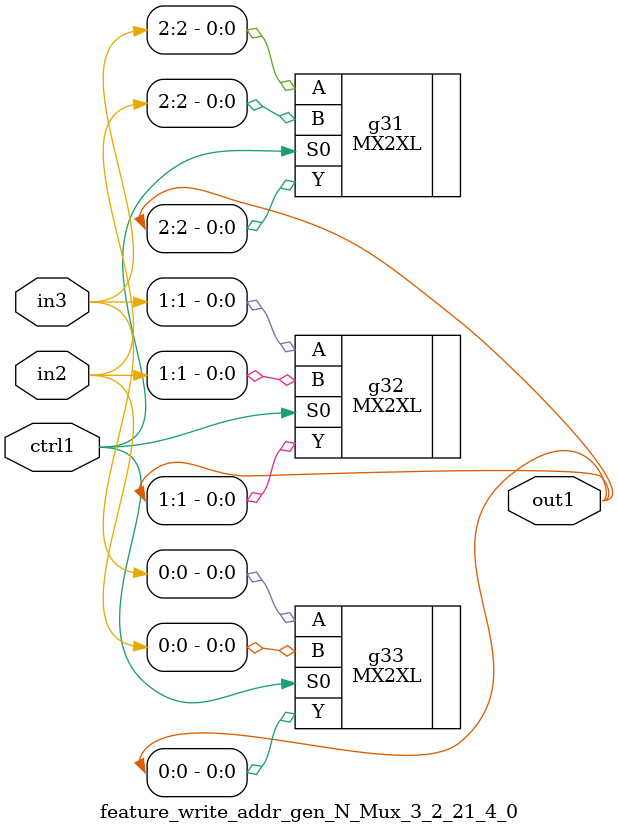
<source format=v>
`timescale 1ps / 1ps


module feature_write_addr_gen_N_Mux_3_2_21_4_0(in3, in2, ctrl1, out1);
  input [2:0] in3, in2;
  input ctrl1;
  output [2:0] out1;
  wire [2:0] in3, in2;
  wire ctrl1;
  wire [2:0] out1;
  MX2XL g31(.A (in3[2]), .B (in2[2]), .S0 (ctrl1), .Y (out1[2]));
  MX2XL g32(.A (in3[1]), .B (in2[1]), .S0 (ctrl1), .Y (out1[1]));
  MX2XL g33(.A (in3[0]), .B (in2[0]), .S0 (ctrl1), .Y (out1[0]));
endmodule



</source>
